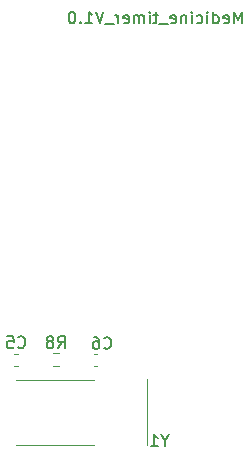
<source format=gbo>
G04 #@! TF.GenerationSoftware,KiCad,Pcbnew,5.1.8*
G04 #@! TF.CreationDate,2021-01-23T15:50:44+08:00*
G04 #@! TF.ProjectId,medicine_timer_pcb,6d656469-6369-46e6-955f-74696d65725f,rev?*
G04 #@! TF.SameCoordinates,Original*
G04 #@! TF.FileFunction,Legend,Bot*
G04 #@! TF.FilePolarity,Positive*
%FSLAX46Y46*%
G04 Gerber Fmt 4.6, Leading zero omitted, Abs format (unit mm)*
G04 Created by KiCad (PCBNEW 5.1.8) date 2021-01-23 15:50:44*
%MOMM*%
%LPD*%
G01*
G04 APERTURE LIST*
%ADD10C,0.150000*%
%ADD11C,0.120000*%
%ADD12O,1.450000X1.450000*%
G04 APERTURE END LIST*
D10*
X108009523Y-80452380D02*
X108009523Y-79452380D01*
X107676190Y-80166666D01*
X107342857Y-79452380D01*
X107342857Y-80452380D01*
X106485714Y-80404761D02*
X106580952Y-80452380D01*
X106771428Y-80452380D01*
X106866666Y-80404761D01*
X106914285Y-80309523D01*
X106914285Y-79928571D01*
X106866666Y-79833333D01*
X106771428Y-79785714D01*
X106580952Y-79785714D01*
X106485714Y-79833333D01*
X106438095Y-79928571D01*
X106438095Y-80023809D01*
X106914285Y-80119047D01*
X105580952Y-80452380D02*
X105580952Y-79452380D01*
X105580952Y-80404761D02*
X105676190Y-80452380D01*
X105866666Y-80452380D01*
X105961904Y-80404761D01*
X106009523Y-80357142D01*
X106057142Y-80261904D01*
X106057142Y-79976190D01*
X106009523Y-79880952D01*
X105961904Y-79833333D01*
X105866666Y-79785714D01*
X105676190Y-79785714D01*
X105580952Y-79833333D01*
X105104761Y-80452380D02*
X105104761Y-79785714D01*
X105104761Y-79452380D02*
X105152380Y-79500000D01*
X105104761Y-79547619D01*
X105057142Y-79500000D01*
X105104761Y-79452380D01*
X105104761Y-79547619D01*
X104200000Y-80404761D02*
X104295238Y-80452380D01*
X104485714Y-80452380D01*
X104580952Y-80404761D01*
X104628571Y-80357142D01*
X104676190Y-80261904D01*
X104676190Y-79976190D01*
X104628571Y-79880952D01*
X104580952Y-79833333D01*
X104485714Y-79785714D01*
X104295238Y-79785714D01*
X104200000Y-79833333D01*
X103771428Y-80452380D02*
X103771428Y-79785714D01*
X103771428Y-79452380D02*
X103819047Y-79500000D01*
X103771428Y-79547619D01*
X103723809Y-79500000D01*
X103771428Y-79452380D01*
X103771428Y-79547619D01*
X103295238Y-79785714D02*
X103295238Y-80452380D01*
X103295238Y-79880952D02*
X103247619Y-79833333D01*
X103152380Y-79785714D01*
X103009523Y-79785714D01*
X102914285Y-79833333D01*
X102866666Y-79928571D01*
X102866666Y-80452380D01*
X102009523Y-80404761D02*
X102104761Y-80452380D01*
X102295238Y-80452380D01*
X102390476Y-80404761D01*
X102438095Y-80309523D01*
X102438095Y-79928571D01*
X102390476Y-79833333D01*
X102295238Y-79785714D01*
X102104761Y-79785714D01*
X102009523Y-79833333D01*
X101961904Y-79928571D01*
X101961904Y-80023809D01*
X102438095Y-80119047D01*
X101771428Y-80547619D02*
X101009523Y-80547619D01*
X100914285Y-79785714D02*
X100533333Y-79785714D01*
X100771428Y-79452380D02*
X100771428Y-80309523D01*
X100723809Y-80404761D01*
X100628571Y-80452380D01*
X100533333Y-80452380D01*
X100200000Y-80452380D02*
X100200000Y-79785714D01*
X100200000Y-79452380D02*
X100247619Y-79500000D01*
X100200000Y-79547619D01*
X100152380Y-79500000D01*
X100200000Y-79452380D01*
X100200000Y-79547619D01*
X99723809Y-80452380D02*
X99723809Y-79785714D01*
X99723809Y-79880952D02*
X99676190Y-79833333D01*
X99580952Y-79785714D01*
X99438095Y-79785714D01*
X99342857Y-79833333D01*
X99295238Y-79928571D01*
X99295238Y-80452380D01*
X99295238Y-79928571D02*
X99247619Y-79833333D01*
X99152380Y-79785714D01*
X99009523Y-79785714D01*
X98914285Y-79833333D01*
X98866666Y-79928571D01*
X98866666Y-80452380D01*
X98009523Y-80404761D02*
X98104761Y-80452380D01*
X98295238Y-80452380D01*
X98390476Y-80404761D01*
X98438095Y-80309523D01*
X98438095Y-79928571D01*
X98390476Y-79833333D01*
X98295238Y-79785714D01*
X98104761Y-79785714D01*
X98009523Y-79833333D01*
X97961904Y-79928571D01*
X97961904Y-80023809D01*
X98438095Y-80119047D01*
X97533333Y-80452380D02*
X97533333Y-79785714D01*
X97533333Y-79976190D02*
X97485714Y-79880952D01*
X97438095Y-79833333D01*
X97342857Y-79785714D01*
X97247619Y-79785714D01*
X97152380Y-80547619D02*
X96390476Y-80547619D01*
X96295238Y-79452380D02*
X95961904Y-80452380D01*
X95628571Y-79452380D01*
X94771428Y-80452380D02*
X95342857Y-80452380D01*
X95057142Y-80452380D02*
X95057142Y-79452380D01*
X95152380Y-79595238D01*
X95247619Y-79690476D01*
X95342857Y-79738095D01*
X94342857Y-80357142D02*
X94295238Y-80404761D01*
X94342857Y-80452380D01*
X94390476Y-80404761D01*
X94342857Y-80357142D01*
X94342857Y-80452380D01*
X93676190Y-79452380D02*
X93580952Y-79452380D01*
X93485714Y-79500000D01*
X93438095Y-79547619D01*
X93390476Y-79642857D01*
X93342857Y-79833333D01*
X93342857Y-80071428D01*
X93390476Y-80261904D01*
X93438095Y-80357142D01*
X93485714Y-80404761D01*
X93580952Y-80452380D01*
X93676190Y-80452380D01*
X93771428Y-80404761D01*
X93819047Y-80357142D01*
X93866666Y-80261904D01*
X93914285Y-80071428D01*
X93914285Y-79833333D01*
X93866666Y-79642857D01*
X93819047Y-79547619D01*
X93771428Y-79500000D01*
X93676190Y-79452380D01*
D11*
X95500000Y-110635000D02*
X88900000Y-110635000D01*
X95500000Y-116115000D02*
X88900000Y-116115000D01*
X100000000Y-110575000D02*
X100000000Y-116175000D01*
X92512258Y-108402500D02*
X92037742Y-108402500D01*
X92512258Y-109447500D02*
X92037742Y-109447500D01*
X95484420Y-109435000D02*
X95765580Y-109435000D01*
X95484420Y-108415000D02*
X95765580Y-108415000D01*
X89040580Y-108415000D02*
X88759420Y-108415000D01*
X89040580Y-109435000D02*
X88759420Y-109435000D01*
D10*
X101501190Y-115776190D02*
X101501190Y-116252380D01*
X101834523Y-115252380D02*
X101501190Y-115776190D01*
X101167857Y-115252380D01*
X100310714Y-116252380D02*
X100882142Y-116252380D01*
X100596428Y-116252380D02*
X100596428Y-115252380D01*
X100691666Y-115395238D01*
X100786904Y-115490476D01*
X100882142Y-115538095D01*
X92441666Y-107947380D02*
X92775000Y-107471190D01*
X93013095Y-107947380D02*
X93013095Y-106947380D01*
X92632142Y-106947380D01*
X92536904Y-106995000D01*
X92489285Y-107042619D01*
X92441666Y-107137857D01*
X92441666Y-107280714D01*
X92489285Y-107375952D01*
X92536904Y-107423571D01*
X92632142Y-107471190D01*
X93013095Y-107471190D01*
X91870238Y-107375952D02*
X91965476Y-107328333D01*
X92013095Y-107280714D01*
X92060714Y-107185476D01*
X92060714Y-107137857D01*
X92013095Y-107042619D01*
X91965476Y-106995000D01*
X91870238Y-106947380D01*
X91679761Y-106947380D01*
X91584523Y-106995000D01*
X91536904Y-107042619D01*
X91489285Y-107137857D01*
X91489285Y-107185476D01*
X91536904Y-107280714D01*
X91584523Y-107328333D01*
X91679761Y-107375952D01*
X91870238Y-107375952D01*
X91965476Y-107423571D01*
X92013095Y-107471190D01*
X92060714Y-107566428D01*
X92060714Y-107756904D01*
X92013095Y-107852142D01*
X91965476Y-107899761D01*
X91870238Y-107947380D01*
X91679761Y-107947380D01*
X91584523Y-107899761D01*
X91536904Y-107852142D01*
X91489285Y-107756904D01*
X91489285Y-107566428D01*
X91536904Y-107471190D01*
X91584523Y-107423571D01*
X91679761Y-107375952D01*
X96341666Y-107907142D02*
X96389285Y-107954761D01*
X96532142Y-108002380D01*
X96627380Y-108002380D01*
X96770238Y-107954761D01*
X96865476Y-107859523D01*
X96913095Y-107764285D01*
X96960714Y-107573809D01*
X96960714Y-107430952D01*
X96913095Y-107240476D01*
X96865476Y-107145238D01*
X96770238Y-107050000D01*
X96627380Y-107002380D01*
X96532142Y-107002380D01*
X96389285Y-107050000D01*
X96341666Y-107097619D01*
X95484523Y-107002380D02*
X95675000Y-107002380D01*
X95770238Y-107050000D01*
X95817857Y-107097619D01*
X95913095Y-107240476D01*
X95960714Y-107430952D01*
X95960714Y-107811904D01*
X95913095Y-107907142D01*
X95865476Y-107954761D01*
X95770238Y-108002380D01*
X95579761Y-108002380D01*
X95484523Y-107954761D01*
X95436904Y-107907142D01*
X95389285Y-107811904D01*
X95389285Y-107573809D01*
X95436904Y-107478571D01*
X95484523Y-107430952D01*
X95579761Y-107383333D01*
X95770238Y-107383333D01*
X95865476Y-107430952D01*
X95913095Y-107478571D01*
X95960714Y-107573809D01*
X89066666Y-107852142D02*
X89114285Y-107899761D01*
X89257142Y-107947380D01*
X89352380Y-107947380D01*
X89495238Y-107899761D01*
X89590476Y-107804523D01*
X89638095Y-107709285D01*
X89685714Y-107518809D01*
X89685714Y-107375952D01*
X89638095Y-107185476D01*
X89590476Y-107090238D01*
X89495238Y-106995000D01*
X89352380Y-106947380D01*
X89257142Y-106947380D01*
X89114285Y-106995000D01*
X89066666Y-107042619D01*
X88161904Y-106947380D02*
X88638095Y-106947380D01*
X88685714Y-107423571D01*
X88638095Y-107375952D01*
X88542857Y-107328333D01*
X88304761Y-107328333D01*
X88209523Y-107375952D01*
X88161904Y-107423571D01*
X88114285Y-107518809D01*
X88114285Y-107756904D01*
X88161904Y-107852142D01*
X88209523Y-107899761D01*
X88304761Y-107947380D01*
X88542857Y-107947380D01*
X88638095Y-107899761D01*
X88685714Y-107852142D01*
%LPC*%
D12*
X83275000Y-87500000D03*
X83275000Y-89500000D03*
X83275000Y-91500000D03*
G36*
G01*
X84000000Y-92825000D02*
X84000000Y-94175000D01*
G75*
G02*
X83950000Y-94225000I-50000J0D01*
G01*
X82600000Y-94225000D01*
G75*
G02*
X82550000Y-94175000I0J50000D01*
G01*
X82550000Y-92825000D01*
G75*
G02*
X82600000Y-92775000I50000J0D01*
G01*
X83950000Y-92775000D01*
G75*
G02*
X84000000Y-92825000I0J-50000D01*
G01*
G37*
X87400000Y-87500000D03*
X87400000Y-89500000D03*
X87400000Y-91500000D03*
G36*
G01*
X88125000Y-92825000D02*
X88125000Y-94175000D01*
G75*
G02*
X88075000Y-94225000I-50000J0D01*
G01*
X86725000Y-94225000D01*
G75*
G02*
X86675000Y-94175000I0J50000D01*
G01*
X86675000Y-92825000D01*
G75*
G02*
X86725000Y-92775000I50000J0D01*
G01*
X88075000Y-92775000D01*
G75*
G02*
X88125000Y-92825000I0J-50000D01*
G01*
G37*
G36*
G01*
X88750000Y-110575000D02*
X88750000Y-116175000D01*
G75*
G02*
X88700000Y-116225000I-50000J0D01*
G01*
X84600000Y-116225000D01*
G75*
G02*
X84550000Y-116175000I0J50000D01*
G01*
X84550000Y-110575000D01*
G75*
G02*
X84600000Y-110525000I50000J0D01*
G01*
X88700000Y-110525000D01*
G75*
G02*
X88750000Y-110575000I0J-50000D01*
G01*
G37*
G36*
G01*
X99850000Y-110575000D02*
X99850000Y-116175000D01*
G75*
G02*
X99800000Y-116225000I-50000J0D01*
G01*
X95700000Y-116225000D01*
G75*
G02*
X95650000Y-116175000I0J50000D01*
G01*
X95650000Y-110575000D01*
G75*
G02*
X95700000Y-110525000I50000J0D01*
G01*
X99800000Y-110525000D01*
G75*
G02*
X99850000Y-110575000I0J-50000D01*
G01*
G37*
G36*
G01*
X91900000Y-108625000D02*
X91900000Y-109225000D01*
G75*
G02*
X91675000Y-109450000I-225000J0D01*
G01*
X91225000Y-109450000D01*
G75*
G02*
X91000000Y-109225000I0J225000D01*
G01*
X91000000Y-108625000D01*
G75*
G02*
X91225000Y-108400000I225000J0D01*
G01*
X91675000Y-108400000D01*
G75*
G02*
X91900000Y-108625000I0J-225000D01*
G01*
G37*
G36*
G01*
X93550000Y-108625000D02*
X93550000Y-109225000D01*
G75*
G02*
X93325000Y-109450000I-225000J0D01*
G01*
X92875000Y-109450000D01*
G75*
G02*
X92650000Y-109225000I0J225000D01*
G01*
X92650000Y-108625000D01*
G75*
G02*
X92875000Y-108400000I225000J0D01*
G01*
X93325000Y-108400000D01*
G75*
G02*
X93550000Y-108625000I0J-225000D01*
G01*
G37*
G36*
G01*
X95900000Y-109200000D02*
X95900000Y-108650000D01*
G75*
G02*
X96150000Y-108400000I250000J0D01*
G01*
X96650000Y-108400000D01*
G75*
G02*
X96900000Y-108650000I0J-250000D01*
G01*
X96900000Y-109200000D01*
G75*
G02*
X96650000Y-109450000I-250000J0D01*
G01*
X96150000Y-109450000D01*
G75*
G02*
X95900000Y-109200000I0J250000D01*
G01*
G37*
G36*
G01*
X94350000Y-109200000D02*
X94350000Y-108650000D01*
G75*
G02*
X94600000Y-108400000I250000J0D01*
G01*
X95100000Y-108400000D01*
G75*
G02*
X95350000Y-108650000I0J-250000D01*
G01*
X95350000Y-109200000D01*
G75*
G02*
X95100000Y-109450000I-250000J0D01*
G01*
X94600000Y-109450000D01*
G75*
G02*
X94350000Y-109200000I0J250000D01*
G01*
G37*
G36*
G01*
X88625000Y-108650000D02*
X88625000Y-109200000D01*
G75*
G02*
X88375000Y-109450000I-250000J0D01*
G01*
X87875000Y-109450000D01*
G75*
G02*
X87625000Y-109200000I0J250000D01*
G01*
X87625000Y-108650000D01*
G75*
G02*
X87875000Y-108400000I250000J0D01*
G01*
X88375000Y-108400000D01*
G75*
G02*
X88625000Y-108650000I0J-250000D01*
G01*
G37*
G36*
G01*
X90175000Y-108650000D02*
X90175000Y-109200000D01*
G75*
G02*
X89925000Y-109450000I-250000J0D01*
G01*
X89425000Y-109450000D01*
G75*
G02*
X89175000Y-109200000I0J250000D01*
G01*
X89175000Y-108650000D01*
G75*
G02*
X89425000Y-108400000I250000J0D01*
G01*
X89925000Y-108400000D01*
G75*
G02*
X90175000Y-108650000I0J-250000D01*
G01*
G37*
M02*

</source>
